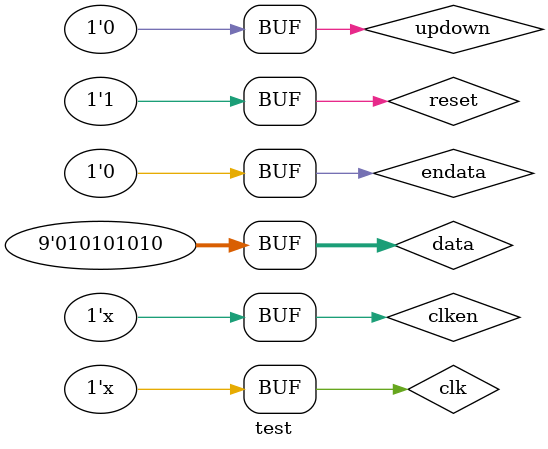
<source format=v>
`timescale 1ns / 1ps


module test;

	// Inputs
	reg [8:0] data;
	reg endata;
	reg clk;
	reg clken;
	reg reset;
	reg updown;

	// Outputs
	wire [8:0] countout;

	// Instantiate the Unit Under Test (UUT)
	bit8updown uut (
		.data(data), 
		.endata(endata), 
		.clk(clk), 
		.clken(clken), 
		.reset(reset), 
		.updown(updown), 
		.countout(countout)
	);

	initial begin
		// Initialize Inputs
		data = 8'b10101010;
		endata = 0;
		clk = 0;
		clken = 0;
		reset = 1;
		updown = 0;
	

		// Wait 100 ns for global reset to finish
		#300 endata=1;
		#10 endata=0;
		#700 endata=1;
		#10 endata=0;
        
		// Add stimulus here

	end
	always begin
	#1 clk=~clk;
	end
	
	always begin
	#10 clken=~clken;
	end
	
	always begin
	#30 updown=1;
	#300;
	#10 updown=0;
	#300;
	end
      
endmodule


</source>
